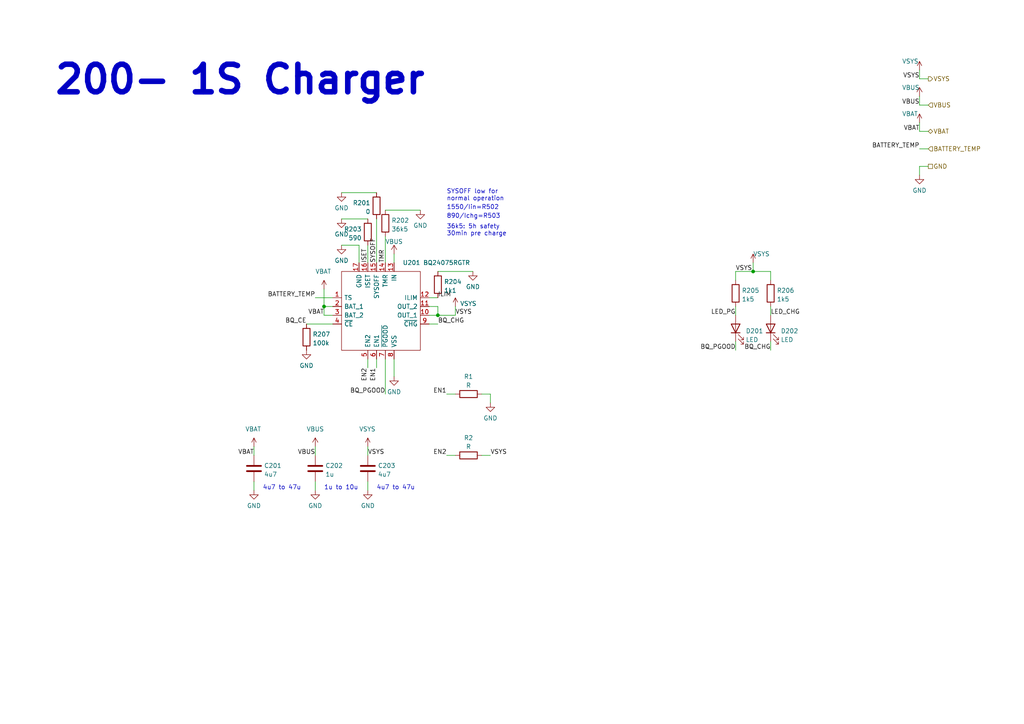
<source format=kicad_sch>
(kicad_sch (version 20231120) (generator "eeschema") (generator_version "8.0")
  (paper "A4")
  (title_block (title "PSoM - ESP S3") (date "2023-04-17") (rev "HW00") (company "PumaCorp") (comment 1 "Design by: NdG"))
  (lib_symbols
    (symbol "Component lib:BQ24075RGTR" (pin_names (offset 0.762))
      (property "Reference" "U" (at 0 10.16 0))
      (property "Value" "BQ24075RGTR" (at 20.32 10.16 0))
      (symbol "BQ24075RGTR_0_0"
        (pin passive line (at 0 0 0) (length 2.54) (name "TS") (number "1"))
        (pin passive line (at 27.94 -5.08 180) (length 2.54) (name "OUT_1") (number "10"))
        (pin passive line (at 27.94 -2.54 180) (length 2.54) (name "OUT_2") (number "11"))
        (pin passive line (at 27.94 0 180) (length 2.54) (name "ILIM") (number "12"))
        (pin passive line (at 17.78 10.16 270) (length 2.54) (name "IN") (number "13"))
        (pin passive line (at 15.24 10.16 270) (length 2.54) (name "TMR") (number "14"))
        (pin passive line (at 12.7 10.16 270) (length 2.54) (name "SYSOFF") (number "15"))
        (pin passive line (at 10.16 10.16 270) (length 2.54) (name "ISET") (number "16"))
        (pin passive line (at 7.62 10.16 270) (length 2.54) (name "GND") (number "17"))
        (pin passive line (at 0 -2.54 0) (length 2.54) (name "BAT_1") (number "2"))
        (pin passive line (at 0 -5.08 0) (length 2.54) (name "BAT_2") (number "3"))
        (pin passive line (at 0 -7.62 0) (length 2.54) (name "~{CE}") (number "4"))
        (pin passive line (at 10.16 -17.78 90) (length 2.54) (name "EN2") (number "5"))
        (pin passive line (at 12.7 -17.78 90) (length 2.54) (name "EN1") (number "6"))
        (pin passive line (at 15.24 -17.78 90) (length 2.54) (name "~{PGOOD}") (number "7"))
        (pin passive line (at 17.78 -17.78 90) (length 2.54) (name "VSS") (number "8"))
        (pin passive line (at 27.94 -7.62 180) (length 2.54) (name "~{CHG}") (number "9"))
      )
      (symbol "BQ24075RGTR_0_1"
        (rectangle (start 2.54 7.62) (end 25.4 -15.24) (stroke (width 0.1524)))
      )
    )
    (symbol "Component lib:C" (pin_numbers hide) (pin_names (offset 0.254))
      (property "Reference" "C" (at 0.635 -1.27 0))
      (property "Value" "C" (at 0.635 -6.35 0))
      (symbol "C_0_1"
        (polyline (pts (xy -2.032 -4.572) (xy 2.032 -4.572)) (stroke (width 0.508)))
        (polyline (pts (xy -2.032 -3.048) (xy 2.032 -3.048)) (stroke (width 0.508)))
      )
      (symbol "C_1_1"
        (pin passive line (at 0 0 270) (length 2.794) (name "~") (number "1"))
        (pin passive line (at 0 -7.62 90) (length 2.794) (name "~") (number "2"))
      )
    )
    (symbol "Component lib:VBAT" (power) (pin_numbers hide) (in_bom no) (on_board no)
      (property "Value" "VBAT" (at 0 3.81 0))
      (symbol "VBAT_0_0"
        (pin passive line (at 0 0 90) (length 2.54) hide (name "") (number ""))
      )
      (symbol "VBAT_0_1"
        (polyline (pts (xy 0 0) (xy 0 2.54) (xy 0.635 1.27) (xy 0 2.54) (xy -0.635 1.27)) (stroke (width 0.1524)))
      )
    )
    (symbol "Component lib:VSYS" (power) (pin_numbers hide) (in_bom no) (on_board no)
      (property "Value" "VSYS" (at 0 3.81 0))
      (symbol "VSYS_0_0"
        (pin passive line (at 0 0 90) (length 2.54) hide (name "") (number ""))
      )
      (symbol "VSYS_0_1"
        (polyline (pts (xy 0 0) (xy 0 2.54) (xy 0.635 1.27) (xy 0 2.54) (xy -0.635 1.27)) (stroke (width 0.1524)))
      )
    )
    (symbol "Component_lib:LED" (pin_numbers hide) (pin_names (offset 1.016) hide)
      (property "Reference" "D" (at 3.81 2.54 0))
      (property "Value" "LED" (at 3.81 -2.54 0))
      (symbol "LED_0_1"
        (polyline (pts (xy 2.54 -1.27) (xy 2.54 1.27)) (stroke (width 0.254)))
        (polyline (pts (xy 2.54 0) (xy 5.08 0)))
        (polyline (pts (xy 5.08 -1.27) (xy 5.08 1.27) (xy 2.54 0) (xy 5.08 -1.27)) (stroke (width 0.254)))
        (polyline (pts (xy 0.762 -0.762) (xy -0.762 -2.286) (xy 0 -2.286) (xy -0.762 -2.286) (xy -0.762 -1.524)))
        (polyline (pts (xy 2.032 -0.762) (xy 0.508 -2.286) (xy 1.27 -2.286) (xy 0.508 -2.286) (xy 0.508 -1.524)))
      )
      (symbol "LED_1_1"
        (pin passive line (at 0 0 0) (length 2.54) (name "K") (number "1"))
        (pin passive line (at 7.62 0 180) (length 2.54) (name "A") (number "2"))
      )
    )
    (symbol "Component_lib:R" (pin_numbers hide) (pin_names (offset 0))
      (property "Reference" "R" (at 2.032 -3.81 90))
      (property "Value" "R" (at 0 -3.81 90))
      (symbol "R_0_1"
        (rectangle (start -1.016 -6.35) (end 1.016 -1.27) (stroke (width 0.254)))
      )
      (symbol "R_1_1"
        (pin passive line (at 0 0 270) (length 1.27) (name "~") (number "1"))
        (pin passive line (at 0 -7.62 90) (length 1.27) (name "~") (number "2"))
      )
    )
    (symbol "power:GND" (power) (pin_names (offset 0))
      (property "Value" "GND" (at 0 -3.81 0))
      (symbol "GND_0_1"
        (polyline (pts (xy 0 0) (xy 0 -1.27) (xy 1.27 -1.27) (xy 0 -2.54) (xy -1.27 -1.27) (xy 0 -1.27)))
      )
      (symbol "GND_1_1"
        (pin power_in line (at 0 0 270) (length 0) hide (name "GND") (number "1"))
      )
    )
    (symbol "power:VBUS" (power) (pin_names (offset 0))
      (property "Value" "VBUS" (at 0 3.81 0))
      (symbol "VBUS_0_1"
        (polyline (pts (xy -0.762 1.27) (xy 0 2.54)))
        (polyline (pts (xy 0 0) (xy 0 2.54)))
        (polyline (pts (xy 0 2.54) (xy 0.762 1.27)))
      )
      (symbol "VBUS_1_1"
        (pin power_in line (at 0 0 90) (length 0) hide (name "VBUS") (number "1"))
      )
    )
  )
  (junction (at 218.44 78.74))
  (junction (at 93.98 88.9))
  (junction (at 127 91.44))
  (wire (pts (xy 266.7 43.18) (xy 269.24 43.18)))
  (wire (pts (xy 104.14 71.12) (xy 104.14 76.2)))
  (wire (pts (xy 106.68 129.54) (xy 106.68 132.08)))
  (wire (pts (xy 124.46 88.9) (xy 127 88.9)))
  (wire (pts (xy 139.7 114.3) (xy 142.24 114.3)))
  (wire (pts (xy 213.36 99.06) (xy 213.36 101.6)))
  (wire (pts (xy 111.76 104.14) (xy 111.76 114.3)))
  (wire (pts (xy 73.66 142.24) (xy 73.66 139.7)))
  (wire (pts (xy 111.76 60.96) (xy 121.92 60.96)))
  (wire (pts (xy 269.24 48.26) (xy 266.7 48.26)))
  (wire (pts (xy 269.24 38.1) (xy 266.7 38.1)))
  (wire (pts (xy 114.3 73.66) (xy 114.3 76.2)))
  (wire (pts (xy 111.76 68.58) (xy 111.76 76.2)))
  (wire (pts (xy 129.54 114.3) (xy 132.08 114.3)))
  (wire (pts (xy 93.98 88.9) (xy 93.98 91.44)))
  (wire (pts (xy 266.7 38.1) (xy 266.7 35.56)))
  (wire (pts (xy 91.44 86.36) (xy 96.52 86.36)))
  (wire (pts (xy 91.44 129.54) (xy 91.44 132.08)))
  (wire (pts (xy 266.7 48.26) (xy 266.7 50.8)))
  (wire (pts (xy 213.36 78.74) (xy 218.44 78.74)))
  (wire (pts (xy 266.7 30.48) (xy 266.7 27.94)))
  (wire (pts (xy 93.98 83.82) (xy 93.98 88.9)))
  (wire (pts (xy 218.44 76.2) (xy 218.44 78.74)))
  (wire (pts (xy 127 88.9) (xy 127 91.44)))
  (wire (pts (xy 127 78.74) (xy 137.16 78.74)))
  (wire (pts (xy 99.06 55.88) (xy 109.22 55.88)))
  (wire (pts (xy 91.44 142.24) (xy 91.44 139.7)))
  (wire (pts (xy 129.54 132.08) (xy 132.08 132.08)))
  (wire (pts (xy 218.44 78.74) (xy 223.52 78.74)))
  (wire (pts (xy 269.24 30.48) (xy 266.7 30.48)))
  (wire (pts (xy 99.06 63.5) (xy 106.68 63.5)))
  (wire (pts (xy 88.9 93.98) (xy 96.52 93.98)))
  (wire (pts (xy 124.46 86.36) (xy 127 86.36)))
  (wire (pts (xy 73.66 129.54) (xy 73.66 132.08)))
  (wire (pts (xy 124.46 93.98) (xy 127 93.98)))
  (wire (pts (xy 114.3 104.14) (xy 114.3 109.22)))
  (wire (pts (xy 139.7 132.08) (xy 142.24 132.08)))
  (wire (pts (xy 124.46 91.44) (xy 127 91.44)))
  (wire (pts (xy 142.24 114.3) (xy 142.24 116.84)))
  (wire (pts (xy 106.68 142.24) (xy 106.68 139.7)))
  (wire (pts (xy 109.22 63.5) (xy 109.22 76.2)))
  (wire (pts (xy 223.52 78.74) (xy 223.52 81.28)))
  (wire (pts (xy 96.52 88.9) (xy 93.98 88.9)))
  (wire (pts (xy 266.7 22.86) (xy 266.7 20.32)))
  (wire (pts (xy 223.52 99.06) (xy 223.52 101.6)))
  (wire (pts (xy 213.36 81.28) (xy 213.36 78.74)))
  (wire (pts (xy 132.08 91.44) (xy 132.08 88.9)))
  (wire (pts (xy 109.22 104.14) (xy 109.22 106.68)))
  (wire (pts (xy 127 91.44) (xy 132.08 91.44)))
  (wire (pts (xy 213.36 91.44) (xy 213.36 88.9)))
  (wire (pts (xy 93.98 91.44) (xy 96.52 91.44)))
  (wire (pts (xy 269.24 22.86) (xy 266.7 22.86)))
  (wire (pts (xy 106.68 104.14) (xy 106.68 106.68)))
  (wire (pts (xy 106.68 71.12) (xy 106.68 76.2)))
  (wire (pts (xy 99.06 71.12) (xy 104.14 71.12)))
  (wire (pts (xy 223.52 91.44) (xy 223.52 88.9)))
  (text "890/Ichg=R503" (at 129.54 63.5 0) (effects (font (size 1.27 1.27)) (justify left bottom)))
  (text "200- 1S Charger" (at 15.24 27.94 0) (effects (font (size 8 8) (thickness 1.6) (bold yes)) (justify left bottom)))
  (text "4u7 to 47u" (at 109.22 142.24 0) (effects (font (size 1.27 1.27)) (justify left bottom)))
  (text "1u to 10u" (at 93.98 142.24 0) (effects (font (size 1.27 1.27)) (justify left bottom)))
  (text "SYSOFF low for \nnormal operation\n" (at 129.54 58.42 0) (effects (font (size 1.27 1.27)) (justify left bottom)))
  (text "4u7 to 47u" (at 76.2 142.24 0) (effects (font (size 1.27 1.27)) (justify left bottom)))
  (text "36k5: 5h safety \n30min pre charge" (at 129.54 68.58 0) (effects (font (size 1.27 1.27)) (justify left bottom)))
  (text "1550/Iin=R502" (at 129.54 60.96 0) (effects (font (size 1.27 1.27)) (justify left bottom)))
  (label "LED_PG" (at 213.36 91.44 180))
  (label "ILIM" (at 127 86.36 0))
  (label "EN1" (at 129.54 114.3 180))
  (label "BQ_PGOOD" (at 111.76 114.3 180))
  (label "VSYS" (at 132.08 91.44 0))
  (label "BQ_CHG" (at 223.52 101.6 180))
  (label "VBUS" (at 266.7 30.48 180))
  (label "VBUS" (at 91.44 132.08 180))
  (label "VSYS" (at 213.36 78.74 0))
  (label "VSYS" (at 106.68 132.08 0))
  (label "LED_CHG" (at 223.52 91.44 0))
  (label "VBAT" (at 73.66 132.08 180))
  (label "BQ_PGOOD" (at 213.36 101.6 180))
  (label "TMR" (at 111.76 76.2 90))
  (label "BATTERY_TEMP" (at 91.44 86.36 180))
  (label "BATTERY_TEMP" (at 266.7 43.18 180))
  (label "EN1" (at 109.22 106.68 270))
  (label "VSYS" (at 142.24 132.08 0))
  (label "BQ_CHG" (at 127 93.98 0))
  (label "EN2" (at 129.54 132.08 180))
  (label "VBAT" (at 266.7 38.1 180))
  (label "VBAT" (at 93.98 91.44 180))
  (label "EN2" (at 106.68 106.68 270))
  (label "BQ_CE" (at 88.9 93.98 180))
  (label "ISET" (at 106.68 76.2 90))
  (label "SYSOFF" (at 109.22 76.2 90))
  (label "VSYS" (at 266.7 22.86 180))
  (hierarchical_label "BATTERY_TEMP" (shape input) (at 269.24 43.18 0))
  (hierarchical_label "VBAT" (shape bidirectional) (at 269.24 38.1 0))
  (hierarchical_label "VSYS" (shape output) (at 269.24 22.86 0))
  (hierarchical_label "GND" (shape passive) (at 269.24 48.26 0))
  (hierarchical_label "VBUS" (shape input) (at 269.24 30.48 0))
  (symbol (lib_id "power:GND") (at 99.06 63.5 0) (unit 1)
    (property "Reference" "#PWR0205" (effects (hide yes)))
    (property "Value" "GND" (at 99.06 67.9434 0))
  )
  (symbol (lib_id "Component lib:VBAT") (at 266.7 35.56 0) (unit 1) (in_bom no) (on_board no)
    (property "Reference" "#VBAT0201" (effects (hide yes)))
    (property "Value" "VBAT" (at 261.62 33.02 0) (effects (justify left)))
  )
  (symbol (lib_id "Component_lib:R") (at 132.08 132.08 90) (unit 1)
    (property "Reference" "R2" (at 135.89 127 90))
    (property "Value" "R" (at 135.89 129.54 90))
    (property "Footprint" "Resistor_SMD:R_0402_1005Metric" (effects (hide yes)))
  )
  (symbol (lib_id "power:VBUS") (at 266.7 27.94 0) (unit 1)
    (property "Reference" "#PWR0201" (effects (hide yes)))
    (property "Value" "VBUS" (at 264.16 25.4 0))
  )
  (symbol (lib_id "Component_lib:R") (at 111.76 68.58 180) (unit 1)
    (property "Reference" "R202" (at 113.538 63.9353 0) (effects (justify right)))
    (property "Value" "36k5" (at 113.538 66.4722 0) (effects (justify right)))
    (property "Footprint" "Resistor_SMD:R_0402_1005Metric" (effects (hide yes)))
  )
  (symbol (lib_id "Component_lib:R") (at 106.68 71.12 0) (mirror x) (unit 1)
    (property "Reference" "R203" (at 104.902 66.4753 0) (effects (justify right)))
    (property "Value" "590" (at 104.902 69.0122 0) (effects (justify right)))
    (property "Footprint" "Resistor_SMD:R_0402_1005Metric" (effects (hide yes)))
  )
  (symbol (lib_id "power:VBUS") (at 91.44 129.54 0) (unit 1)
    (property "Reference" "#PWR0121" (effects (hide yes)))
    (property "Value" "VBUS" (at 91.44 124.46 0))
  )
  (symbol (lib_id "Component lib:VSYS") (at 106.68 129.54 0) (unit 1) (in_bom no) (on_board no)
    (property "Reference" "#VSYS0105" (effects (hide yes)))
    (property "Value" "VSYS" (at 104.14 124.46 0) (effects (justify left)))
  )
  (symbol (lib_id "Component lib:BQ24075RGTR") (at 96.52 86.36 0) (unit 1)
    (property "Reference" "U201" (at 119.38 76.2 0))
    (property "Value" "BQ24075RGTR" (at 129.54 76.2 0))
    (property "Footprint" "Component_lib:QFN50P300X300X100-17N-D" (effects (hide yes)))
    (property "Datasheet" "http://www.ti.com/lit/ds/symlink/bq24075.pdf" (effects (hide yes)))
    (property "Description" "USB-Friendly Li-Ion Battery Charger and Power-Path Management IC, Vout 5.5V" (effects (hide yes)))
    (property "Height" "1" (effects (hide yes)))
    (property "Mouser Part Number" "595-BQ24075RGTR" (effects (hide yes)))
    (property "Mouser Price/Stock" "https://www.mouser.co.uk/ProductDetail/Texas-Instruments/BQ24075RGTR?qs=XGzIaZb%2FFYKTADIJv746hA%3D%3D" (effects (hide yes)))
    (property "Manufacturer_Name" "Texas Instruments" (effects (hide yes)))
    (property "Manufacturer_Part_Number" "BQ24075RGTR" (effects (hide yes)))
  )
  (symbol (lib_id "Component lib:C") (at 106.68 132.08 0) (unit 1)
    (property "Reference" "C203" (at 109.601 135.0553 0) (effects (justify left)))
    (property "Value" "4u7" (at 109.601 137.5922 0) (effects (justify left)))
    (property "Footprint" "Capacitor_SMD:C_0603_1608Metric" (effects (hide yes)))
  )
  (symbol (lib_id "power:GND") (at 88.9 101.6 0) (unit 1)
    (property "Reference" "#PWR0209" (effects (hide yes)))
    (property "Value" "GND" (at 88.9 106.0434 0))
  )
  (symbol (lib_id "power:GND") (at 137.16 78.74 0) (unit 1)
    (property "Reference" "#PWR0208" (effects (hide yes)))
    (property "Value" "GND" (at 137.16 83.1834 0))
  )
  (symbol (lib_id "Component lib:VBAT") (at 73.66 129.54 0) (unit 1) (in_bom no) (on_board no)
    (property "Reference" "#VBAT0103" (effects (hide yes)))
    (property "Value" "VBAT" (at 71.12 124.46 0) (effects (justify left)))
  )
  (symbol (lib_id "power:GND") (at 99.06 71.12 0) (unit 1)
    (property "Reference" "#PWR0206" (effects (hide yes)))
    (property "Value" "GND" (at 99.06 75.5634 0))
  )
  (symbol (lib_id "power:GND") (at 73.66 142.24 0) (unit 1)
    (property "Reference" "#PWR0124" (effects (hide yes)))
    (property "Value" "GND" (at 73.66 146.6834 0))
  )
  (symbol (lib_id "Component_lib:R") (at 88.9 93.98 0) (unit 1)
    (property "Reference" "R207" (at 90.678 96.9553 0) (effects (justify left)))
    (property "Value" "100k" (at 90.678 99.4922 0) (effects (justify left)))
    (property "Footprint" "Resistor_SMD:R_0402_1005Metric" (effects (hide yes)))
  )
  (symbol (lib_id "Component lib:VSYS") (at 132.08 88.9 0) (unit 1) (in_bom no) (on_board no)
    (property "Reference" "#VSYS0201" (effects (hide yes)))
    (property "Value" "VSYS" (at 133.4262 88.0638 0) (effects (justify left)))
  )
  (symbol (lib_id "Component lib:C") (at 91.44 132.08 0) (unit 1)
    (property "Reference" "C202" (at 94.361 135.0553 0) (effects (justify left)))
    (property "Value" "1u" (at 94.361 137.5922 0) (effects (justify left)))
    (property "Footprint" "Capacitor_SMD:C_0603_1608Metric" (effects (hide yes)))
  )
  (symbol (lib_id "power:GND") (at 266.7 50.8 0) (unit 1)
    (property "Reference" "#PWR0202" (effects (hide yes)))
    (property "Value" "GND" (at 266.7 55.2434 0))
  )
  (symbol (lib_id "Component_lib:R") (at 109.22 63.5 0) (mirror x) (unit 1)
    (property "Reference" "R201" (at 107.442 58.8553 0) (effects (justify right)))
    (property "Value" "0" (at 107.442 61.3922 0) (effects (justify right)))
    (property "Footprint" "Resistor_SMD:R_0402_1005Metric" (effects (hide yes)))
  )
  (symbol (lib_id "power:GND") (at 91.44 142.24 0) (unit 1)
    (property "Reference" "#PWR0123" (effects (hide yes)))
    (property "Value" "GND" (at 91.44 146.6834 0))
  )
  (symbol (lib_id "power:GND") (at 142.24 116.84 0) (unit 1)
    (property "Reference" "#PWR010" (effects (hide yes)))
    (property "Value" "GND" (at 142.24 121.2834 0))
    (instances (project "ESP_PicoD4_SoM_HW00" (path "" (reference "#PWR010") (unit 1))) (project "PMK_Keyboard" (path "" (reference "#PWR0210") (unit 1))))
  )
  (symbol (lib_id "Component_lib:LED") (at 213.36 99.06 90) (unit 1)
    (property "Reference" "D201" (at 216.281 96.0028 90) (effects (justify right)))
    (property "Value" "LED" (at 216.281 98.5397 90) (effects (justify right)))
    (property "Footprint" "LED_SMD:LED_0402_1005Metric" (effects (hide yes)))
  )
  (symbol (lib_id "power:VBUS") (at 114.3 73.66 0) (unit 1)
    (property "Reference" "#PWR0207" (effects (hide yes)))
    (property "Value" "VBUS" (at 114.3 70.0842 0))
  )
  (symbol (lib_id "power:GND") (at 114.3 109.22 0) (unit 1)
    (property "Reference" "#PWR0210" (effects (hide yes)))
    (property "Value" "GND" (at 114.3 113.6634 0))
  )
  (symbol (lib_id "power:GND") (at 99.06 55.88 0) (unit 1)
    (property "Reference" "#PWR0203" (effects (hide yes)))
    (property "Value" "GND" (at 99.06 60.3234 0))
  )
  (symbol (lib_id "power:GND") (at 106.68 142.24 0) (unit 1)
    (property "Reference" "#PWR0122" (effects (hide yes)))
    (property "Value" "GND" (at 106.68 146.6834 0))
  )
  (symbol (lib_id "Component_lib:R") (at 132.08 114.3 90) (unit 1)
    (property "Reference" "R1" (at 135.89 109.22 90))
    (property "Value" "R" (at 135.89 111.76 90))
    (property "Footprint" "Resistor_SMD:R_0402_1005Metric" (effects (hide yes)))
  )
  (symbol (lib_id "Component_lib:R") (at 127 78.74 0) (unit 1)
    (property "Reference" "R204" (at 128.778 81.7153 0) (effects (justify left)))
    (property "Value" "1k1" (at 128.778 84.2522 0) (effects (justify left)))
    (property "Footprint" "Resistor_SMD:R_0402_1005Metric" (effects (hide yes)))
  )
  (symbol (lib_id "Component lib:VSYS") (at 266.7 20.32 0) (unit 1) (in_bom no) (on_board no)
    (property "Reference" "#VSYS0108" (effects (hide yes)))
    (property "Value" "VSYS" (at 261.62 17.78 0) (effects (justify left)))
  )
  (symbol (lib_id "Component_lib:R") (at 223.52 81.28 0) (unit 1)
    (property "Reference" "R206" (at 225.298 84.2553 0) (effects (justify left)))
    (property "Value" "1k5" (at 225.298 86.7922 0) (effects (justify left)))
    (property "Footprint" "Resistor_SMD:R_0402_1005Metric" (effects (hide yes)))
  )
  (symbol (lib_id "Component lib:C") (at 73.66 132.08 0) (unit 1)
    (property "Reference" "C201" (at 76.581 135.0553 0) (effects (justify left)))
    (property "Value" "4u7" (at 76.581 137.5922 0) (effects (justify left)))
    (property "Footprint" "Capacitor_SMD:C_0603_1608Metric" (effects (hide yes)))
  )
  (symbol (lib_id "Component_lib:R") (at 213.36 81.28 0) (unit 1)
    (property "Reference" "R205" (at 215.138 84.2553 0) (effects (justify left)))
    (property "Value" "1k5" (at 215.138 86.7922 0) (effects (justify left)))
    (property "Footprint" "Resistor_SMD:R_0402_1005Metric" (effects (hide yes)))
  )
  (symbol (lib_id "Component lib:VBAT") (at 93.98 83.82 0) (unit 1) (in_bom no) (on_board no)
    (property "Reference" "#VBAT0202" (effects (hide yes)))
    (property "Value" "VBAT" (at 91.44 78.74 0) (effects (justify left)))
  )
  (symbol (lib_id "Component lib:VSYS") (at 218.44 76.2 0) (unit 1) (in_bom no) (on_board no)
    (property "Reference" "#VSYS0107" (effects (hide yes)))
    (property "Value" "VSYS" (at 218.44 73.66 0) (effects (justify left)))
  )
  (symbol (lib_id "Component_lib:LED") (at 223.52 99.06 90) (unit 1)
    (property "Reference" "D202" (at 226.441 96.0028 90) (effects (justify right)))
    (property "Value" "LED" (at 226.441 98.5397 90) (effects (justify right)))
    (property "Footprint" "LED_SMD:LED_0402_1005Metric" (effects (hide yes)))
  )
  (symbol (lib_id "power:GND") (at 121.92 60.96 0) (unit 1)
    (property "Reference" "#PWR0204" (effects (hide yes)))
    (property "Value" "GND" (at 121.92 65.4034 0))
  )
)
</source>
